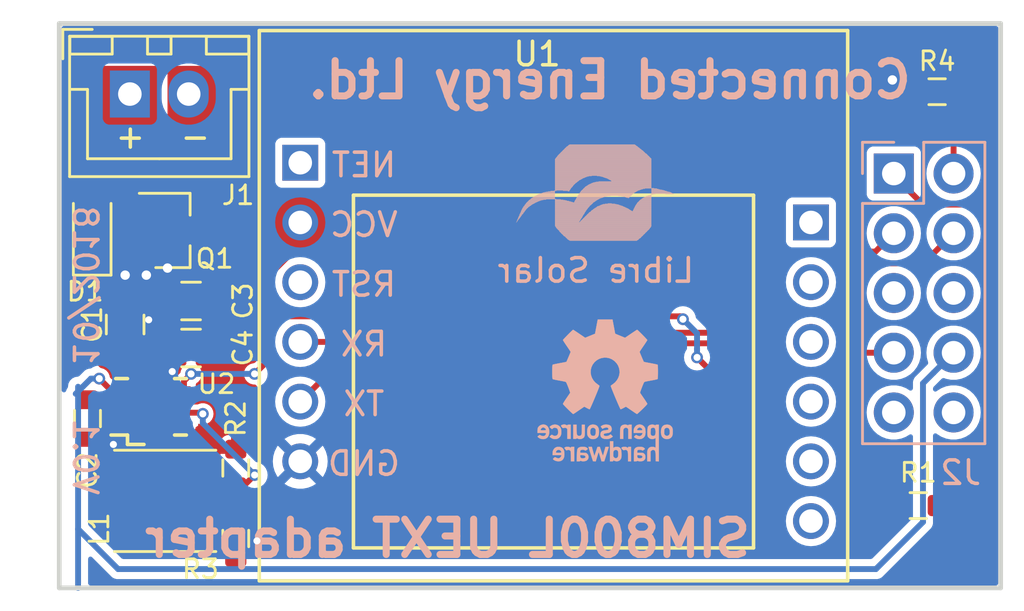
<source format=kicad_pcb>
(kicad_pcb (version 20221018) (generator pcbnew)
  (layers (0 "F.Cu" signal) (31 "B.Cu" signal) (34 "B.Paste" user) (35 "F.Paste" user) (36 "B.SilkS" user "B.Silkscreen") (37 "F.SilkS" user "F.Silkscreen") (38 "B.Mask" user) (39 "F.Mask" user) (44 "Edge.Cuts" user))
  (net 0 "")
  (net 1 "GND")
  (net 2 "Net-(U1-Pad7)")
  (net 3 "Net-(U1-Pad11)")
  (net 4 "Net-(U1-Pad12)")
  (net 5 "+3V3")
  (net 6 "Net-(J2-Pad5)")
  (net 7 "Net-(J2-Pad6)")
  (net 8 "Net-(U1-Pad1)")
  (net 9 "VCC")
  (net 10 "Net-(U1-Pad3)")
  (net 11 "/UEXT_TX")
  (net 12 "/UEXT_RX")
  (net 13 "Net-(U1-Pad8)")
  (net 14 "Net-(U1-Pad9)")
  (net 15 "Net-(U1-Pad10)")
  (net 16 "Net-(J2-Pad9)")
  (net 17 "Net-(J2-Pad10)")
  (net 18 "Net-(C2-Pad1)")
  (net 19 "/EN")
  (net 20 "/PG")
  (net 21 "Net-(R2-Pad2)")
  (net 22 "Net-(L1-Pad1)")
  (net 23 "VBAT")
  (net 24 "Net-(J2-Pad2)")
  (net 25 "Net-(J1-Pad2)")
  (net 26 "Net-(D1-Pad2)")
  (footprint "LibreSolar:C_0805_2012" (layer "F.Cu") (at 148.8 101.8 90)
    (fp_text reference "C1" (at 0 -1.4 90) (layer "F.SilkS") (effects (font (size 0.8 0.8) (thickness 0.12))))
    (fp_text value "10uF")
    (pad "1" smd roundrect (at -1 0 90) (size 1.1 1.4) (layers "F.Cu" "F.Paste" "F.Mask") (roundrect_rratio 0.2) (net 23 "VBAT"))
    (pad "2" smd roundrect (at 1 0 90) (size 1.1 1.4) (layers "F.Cu" "F.Paste" "F.Mask") (roundrect_rratio 0.2) (net 1 "GND"))
  )
  (footprint "LibreSolar:C_0603_1608" (layer "F.Cu") (at 147.2 105.8 -90)
    (fp_text reference "C2" (at 2.2 0 90) (layer "F.SilkS") (effects (font (size 0.8 0.8) (thickness 0.12))))
    (fp_text value "2.2n")
    (pad "1" smd roundrect (at -0.8 0 270) (size 0.8 0.9) (layers "F.Cu" "F.Paste" "F.Mask") (roundrect_rratio 0.2) (net 18 "Net-(C2-Pad1)"))
    (pad "2" smd roundrect (at 0.8 0 270) (size 0.8 0.9) (layers "F.Cu" "F.Paste" "F.Mask") (roundrect_rratio 0.2) (net 1 "GND"))
  )
  (footprint "LibreSolar:SOT-23" (layer "F.Cu") (at 150.8 97.8)
    (fp_text reference "Q1" (at 1.8 1.2) (layer "F.SilkS") (effects (font (size 0.8 0.8) (thickness 0.12))))
    (fp_text value "DMN3023L-7")
    (pad "1" smd roundrect (at -1.05 -0.95) (size 1 0.9) (layers "F.Cu" "F.Paste" "F.Mask") (roundrect_rratio 0.2) (net 26 "Net-(D1-Pad2)"))
    (pad "2" smd roundrect (at -1.05 0.95) (size 1 0.9) (layers "F.Cu" "F.Paste" "F.Mask") (roundrect_rratio 0.2) (net 1 "GND"))
    (pad "3" smd roundrect (at 1.05 0) (size 1 0.9) (layers "F.Cu" "F.Paste" "F.Mask") (roundrect_rratio 0.2) (net 25 "Net-(J1-Pad2)"))
  )
  (footprint "Diode_SMD:D_TUMD2" (layer "F.Cu") (at 147.4 97.9 90)
    (fp_text reference "D1" (at -2.5 -0.3 180) (layer "F.SilkS") (effects (font (size 0.8 0.8) (thickness 0.12))))
    (fp_text value "RSX051VAM30TR")
    (pad "1" smd rect (at -0.65 0 270) (size 2 1.1) (layers "F.Cu" "F.Paste" "F.Mask") (net 23 "VBAT"))
    (pad "2" smd rect (at 1.25 0 270) (size 0.8 1.1) (layers "F.Cu" "F.Paste" "F.Mask") (net 26 "Net-(D1-Pad2)"))
  )
  (footprint "LibreSolar:R_0603_1608" (layer "F.Cu") (at 182.5 109.5)
    (fp_text reference "R1" (at 0 -1.4) (layer "F.SilkS") (effects (font (size 0.8 0.8) (thickness 0.12))))
    (fp_text value "100k")
    (pad "1" smd roundrect locked (at -0.8 0) (size 0.8 0.9) (layers "F.Cu" "F.Paste" "F.Mask") (roundrect_rratio 0.2) (net 20 "/PG"))
    (pad "2" smd roundrect locked (at 0.8 0) (size 0.8 0.9) (layers "F.Cu" "F.Paste" "F.Mask") (roundrect_rratio 0.2) (net 5 "+3V3"))
  )
  (footprint "LibreSolar:R_0603_1608" (layer "F.Cu") (at 153.5 107.9 -90)
    (fp_text reference "R2" (at -2.1 0 270) (layer "F.SilkS") (effects (font (size 0.8 0.8) (thickness 0.12))))
    (fp_text value "499k")
    (pad "1" smd roundrect (at -0.8 0 270) (size 0.8 0.9) (layers "F.Cu" "F.Paste" "F.Mask") (roundrect_rratio 0.2) (net 9 "VCC") (thermal_bridge_width 0.4) (thermal_gap 0.2))
    (pad "2" smd roundrect (at 0.8 0 270) (size 0.8 0.9) (layers "F.Cu" "F.Paste" "F.Mask") (roundrect_rratio 0.2) (net 21 "Net-(R2-Pad2)"))
  )
  (footprint "LibreSolar:R_0603_1608" (layer "F.Cu") (at 153.5 110.9 -90)
    (fp_text reference "R3" (at 1.3 1.5) (layer "F.SilkS") (effects (font (size 0.8 0.8) (thickness 0.12))))
    (fp_text value "100k")
    (pad "1" smd roundrect (at -0.8 0 270) (size 0.8 0.9) (layers "F.Cu" "F.Paste" "F.Mask") (roundrect_rratio 0.2) (net 21 "Net-(R2-Pad2)"))
    (pad "2" smd roundrect (at 0.8 0 270) (size 0.8 0.9) (layers "F.Cu" "F.Paste" "F.Mask") (roundrect_rratio 0.2) (net 1 "GND"))
  )
  (footprint "LibreSolar:VQFN_RGX0011A" (layer "F.Cu") (at 149.9 105.3 90)
    (fp_text reference "U2" (at 0.5 1.9 180) (layer "F.SilkS") (effects (font (size 0.8 0.8) (thickness 0.12)) (justify left bottom)))
    (fp_text value "TPS62147")
    (pad "1" smd roundrect (at 0 -0.5 180) (size 0.35 2.5) (layers "F.Cu" "F.Mask") (roundrect_rratio 0.2) (net 23 "VBAT"))
    (pad "2" smd roundrect (at 0 0 180) (size 0.35 2.5) (layers "F.Cu" "F.Mask") (roundrect_rratio 0.2) (net 22 "Net-(L1-Pad1)"))
    (pad "3" smd roundrect (at 0 0.5 180) (size 0.35 2.5) (layers "F.Cu" "F.Mask") (roundrect_rratio 0.2) (net 1 "GND"))
    (pad "4" smd roundrect (at -0.75 1.4 270) (size 0.25 0.6) (layers "F.Cu" "F.Paste" "F.Mask") (roundrect_rratio 0.2) (net 1 "GND"))
    (pad "5" smd roundrect (at -0.250003 1.4 270) (size 0.25 0.6) (layers "F.Cu" "F.Paste" "F.Mask") (roundrect_rratio 0.2) (net 21 "Net-(R2-Pad2)"))
    (pad "6" smd roundrect (at 0.25 1.4 270) (size 0.25 0.6) (layers "F.Cu" "F.Paste" "F.Mask") (roundrect_rratio 0.2) (net 9 "VCC"))
    (pad "7" smd roundrect (at 0.75 1.4 270) (size 0.25 0.6) (layers "F.Cu" "F.Paste" "F.Mask") (roundrect_rratio 0.2) (net 20 "/PG"))
    (pad "8" smd roundrect (at 0.75 -1.4 270) (size 0.25 0.6) (layers "F.Cu" "F.Paste" "F.Mask") (roundrect_rratio 0.2) (net 19 "/EN"))
    (pad "9" smd roundrect (at 0.25 -1.4 270) (size 0.25 0.6) (layers "F.Cu" "F.Paste" "F.Mask") (roundrect_rratio 0.2) (net 18 "Net-(C2-Pad1)"))
    (pad "10" smd roundrect (at -0.25 -1.4 270) (size 0.25 0.6) (layers "F.Cu" "F.Paste" "F.Mask") (roundrect_rratio 0.2) (net 1 "GND"))
    (pad "11" smd roundrect (at -0.75 -1.4 270) (size 0.25 0.6) (layers "F.Cu" "F.Paste" "F.Mask") (roundrect_rratio 0.2) (net 1 "GND"))
  )
  (footprint "LibreSolar:C_0805_2012" (layer "F.Cu") (at 151.6 100.8 180)
    (fp_text reference "C3" (at -2.2 0 270) (layer "F.SilkS") (effects (font (size 0.8 0.8) (thickness 0.12))))
    (fp_text value "22uF")
    (pad "1" smd roundrect (at -1 0 180) (size 1.1 1.4) (layers "F.Cu" "F.Paste" "F.Mask") (roundrect_rratio 0.2) (net 9 "VCC"))
    (pad "2" smd roundrect (at 1 0 180) (size 1.1 1.4) (layers "F.Cu" "F.Paste" "F.Mask") (roundrect_rratio 0.2) (net 1 "GND"))
  )
  (footprint "Inductor_SMD:L_Coilcraft_XxL4020" (layer "F.Cu") (at 150.5 109.3)
    (fp_text reference "L1" (at -2.8 1.2 90) (layer "F.SilkS") (effects (font (size 0.8 0.8) (thickness 0.12))))
    (fp_text value "2.2uH")
    (pad "1" smd rect (at -1.185 0) (size 0.98 3.4) (layers "F.Cu" "F.Paste" "F.Mask") (net 22 "Net-(L1-Pad1)"))
    (pad "2" smd rect (at 1.185 0) (size 0.98 3.4) (layers "F.Cu" "F.Paste" "F.Mask") (net 9 "VCC"))
  )
  (footprint "LibreSolar:C_0805_2012" (layer "F.Cu") (at 151.6 102.8 180)
    (fp_text reference "C4" (at -2.2 0 270) (layer "F.SilkS") (effects (font (size 0.8 0.8) (thickness 0.12))))
    (fp_text value "22uF")
    (pad "1" smd roundrect (at -1 0 180) (size 1.1 1.4) (layers "F.Cu" "F.Paste" "F.Mask") (roundrect_rratio 0.2) (net 9 "VCC"))
    (pad "2" smd roundrect (at 1 0 180) (size 1.1 1.4) (layers "F.Cu" "F.Paste" "F.Mask") (roundrect_rratio 0.2) (net 1 "GND"))
  )
  (footprint "Connector_JST:JST_XH_B02B-XH-A_1x02_P2.50mm_Vertical" (layer "F.Cu") (at 149 92)
    (fp_text reference "J1" (at 4.6 4.3) (layer "F.SilkS") (effects (font (size 0.8 0.8) (thickness 0.12))))
    (fp_text value "Conn_01x02_Male")
    (pad "1" thru_hole rect (at 0 0) (size 1.7 2) (drill 1) (layers "*.Cu" "*.Mask") (net 26 "Net-(D1-Pad2)"))
    (pad "2" thru_hole oval (at 2.5 0) (size 1.7 2) (drill 1) (layers "*.Cu" "*.Mask") (net 25 "Net-(J1-Pad2)"))
  )
  (footprint "LibreSolar:Fiducial_0.7mm" (layer "F.Cu") (at 177.4 91.5)
    (fp_text reference "REF**" hide)
    (fp_text value "Fiducial_0.7mm")
    (pad "~" smd circle locked (at 0 0) (size 0.7 0.7) (layers "F.Cu" "F.Mask") (clearance 0.7))
  )
  (footprint "LibreSolar:Fiducial_0.7mm" (layer "F.Cu") (at 156.8 110.4)
    (fp_text reference "REF**" hide)
    (fp_text value "Fiducial_0.7mm")
    (pad "~" smd circle locked (at 0 0) (size 0.7 0.7) (layers "F.Cu" "F.Mask") (clearance 0.7))
  )
  (footprint "LibreSolar:R_0603_1608" (layer "F.Cu") (at 183.3 91.9 180)
    (fp_text reference "R4" (at 0 1.3 180) (layer "F.SilkS") (effects (font (size 0.8 0.8) (thickness 0.12))))
    (fp_text value "0R")
    (pad "1" smd roundrect (at -0.8 0 180) (size 0.8 0.9) (layers "F.Cu" "F.Paste" "F.Mask") (roundrect_rratio 0.2) (net 24 "Net-(J2-Pad2)"))
    (pad "2" smd roundrect (at 0.8 0 180) (size 0.8 0.9) (layers "F.Cu" "F.Paste" "F.Mask") (roundrect_rratio 0.2) (net 1 "GND"))
  )
  (footprint "LibreSolar:Sim800L" (layer "F.Cu") (at 154.5 89.3)
    (fp_text reference "U1" (at 11.8 1) (layer "F.SilkS"))
    (fp_text value "SIM800L")
    (fp_text user "NET" (at 4.445 5.715 180) (layer "B.SilkS") (effects (justify mirror)))
    (fp_text user "RX" (at 4.445 13.335) (layer "B.SilkS") (effects (justify mirror)))
    (fp_text user "GND" (at 4.445 18.415) (layer "B.SilkS") (effects (justify mirror)))
    (fp_text user "TX" (at 4.445 15.875) (layer "B.SilkS") (effects (justify mirror)))
    (fp_text user "VCC" (at 4.445 8.255) (layer "B.SilkS") (effects (justify mirror)))
    (fp_text user "RST" (at 4.445 10.795) (layer "B.SilkS") (effects (justify mirror)))
    (pad "1" thru_hole rect (at 1.74 5.62) (size 1.524 1.524) (drill 1) (layers "*.Cu" "*.Mask") (net 8 "Net-(U1-Pad1)"))
    (pad "2" thru_hole circle (at 1.74 8.16) (size 1.524 1.524) (drill 1) (layers "*.Cu" "*.Mask") (net 9 "VCC"))
    (pad "3" thru_hole circle (at 1.74 10.7) (size 1.524 1.524) (drill 1) (layers "*.Cu" "*.Mask") (net 10 "Net-(U1-Pad3)"))
    (pad "4" thru_hole circle (at 1.74 13.24) (size 1.524 1.524) (drill 1) (layers "*.Cu" "*.Mask") (net 11 "/UEXT_TX"))
    (pad "5" thru_hole circle (at 1.74 15.78) (size 1.524 1.524) (drill 1) (layers "*.Cu" "*.Mask") (net 12 "/UEXT_RX"))
    (pad "6" thru_hole circle (at 1.74 18.32) (size 1.524 1.524) (drill 1) (layers "*.Cu" "*.Mask") (net 1 "GND"))
    (pad "7" thru_hole rect (at 23.44 8.16) (size 1.524 1.524) (drill 1) (layers "*.Cu" "*.Mask") (net 2 "Net-(U1-Pad7)"))
    (pad "8" thru_hole circle (at 23.44 10.7) (size 1.524 1.524) (drill 1) (layers "*.Cu" "*.Mask") (net 13 "Net-(U1-Pad8)"))
    (pad "9" thru_hole circle (at 23.44 13.24) (size 1.524 1.524) (drill 1) (layers "*.Cu" "*.Mask") (net 14 "Net-(U1-Pad9)"))
    (pad "10" thru_hole circle (at 23.44 15.78) (size 1.524 1.524) (drill 1) (layers "*.Cu" "*.Mask") (net 15 "Net-(U1-Pad10)"))
    (pad "11" thru_hole circle (at 23.44 18.32) (size 1.524 1.524) (drill 1) (layers "*.Cu" "*.Mask") (net 3 "Net-(U1-Pad11)"))
    (pad "12" thru_hole circle (at 23.44 20.86) (size 1.524 1.524) (drill 1) (layers "*.Cu" "*.Mask") (net 4 "Net-(U1-Pad12)"))
  )
  (footprint "Connector_PinSocket_2.54mm:PinSocket_2x05_P2.54mm_Vertical" (layer "B.Cu") (at 181.46 95.38 180)
    (fp_text reference "J2" (at -2.84 -12.72 180) (layer "B.SilkS") (effects (justify mirror)))
    (fp_text value "UEXT")
    (pad "1" thru_hole rect (at 0 0 180) (size 1.7 1.7) (drill 1) (layers "*.Cu" "*.Mask") (net 5 "+3V3"))
    (pad "2" thru_hole oval (at -2.54 0 180) (size 1.7 1.7) (drill 1) (layers "*.Cu" "*.Mask") (net 24 "Net-(J2-Pad2)"))
    (pad "3" thru_hole oval (at 0 -2.54 180) (size 1.7 1.7) (drill 1) (layers "*.Cu" "*.Mask") (net 11 "/UEXT_TX"))
    (pad "4" thru_hole oval (at -2.54 -2.54 180) (size 1.7 1.7) (drill 1) (layers "*.Cu" "*.Mask") (net 12 "/UEXT_RX"))
    (pad "5" thru_hole oval (at 0 -5.08 180) (size 1.7 1.7) (drill 1) (layers "*.Cu" "*.Mask") (net 6 "Net-(J2-Pad5)"))
    (pad "6" thru_hole oval (at -2.54 -5.08 180) (size 1.7 1.7) (drill 1) (layers "*.Cu" "*.Mask") (net 7 "Net-(J2-Pad6)"))
    (pad "7" thru_hole oval (at 0 -7.62 180) (size 1.7 1.7) (drill 1) (layers "*.Cu" "*.Mask") (net 20 "/PG"))
    (pad "8" thru_hole oval (at -2.54 -7.62 180) (size 1.7 1.7) (drill 1) (layers "*.Cu" "*.Mask") (net 19 "/EN"))
    (pad "9" thru_hole oval (at 0 -10.16 180) (size 1.7 1.7) (drill 1) (layers "*.Cu" "*.Mask") (net 16 "Net-(J2-Pad9)"))
    (pad "10" thru_hole oval (at -2.54 -10.16 180) (size 1.7 1.7) (drill 1) (layers "*.Cu" "*.Mask") (net 17 "Net-(J2-Pad10)"))
  )
  (footprint "LibreSolar:LIBRESOLAR_LOGO" (layer "B.Cu") (at 171.1 98.2 180)
    (fp_text reference "LOGO1" hide)
    (fp_text value "LibreSolar_Logo" hide)
    (fp_text user "Libre Solar" (at 2.3 -1.3 180) (layer "B.SilkS") (effects (justify mirror)))
  )
  (footprint "Symbol:OSHW-Logo_5.7x6mm_SilkScreen" (layer "B.Cu") (at 169.2 104.6 180)
    (fp_text reference "REF**" hide)
    (fp_text value "OSHW-Logo_5.7x6mm_SilkScreen" hide)
  )
  (gr_line (start 186 89) (end 186 113) (stroke (width 0.2)) (layer "Edge.Cuts"))
  (gr_line (start 146 89) (end 186 89) (stroke (width 0.2)) (layer "Edge.Cuts"))
  (gr_line (start 146 113) (end 146 89) (stroke (width 0.2)) (layer "Edge.Cuts"))
  (gr_line (start 186 113) (end 146 113) (stroke (width 0.2)) (layer "Edge.Cuts"))
  (gr_text "V0.1   10/2018" (at 147.1 102.9 270) (layer "B.SilkS") (effects (font (size 1 1)) (justify mirror)))
  (gr_text "SIM800L UEXT adapter" (at 162.5 110.9) (layer "B.SilkS") (effects (font (size 1.5 1.5) (thickness 0.3)) (justify mirror)))
  (gr_text "Connected Energy Ltd." (at 169.4 91.4) (layer "B.SilkS") (effects (font (size 1.5 1.5) (thickness 0.3)) (justify mirror)))
  (gr_text "+  -" (at 150.4 93.8) (layer "F.SilkS") (effects (font (size 1 1))))
  (segment (start 148.5 105.55) (end 148.5 106.05) (width 0.25) (layer "F.Cu") (net 1))
  (segment (start 148.5 106.05) (end 147.75 106.05) (width 0.25) (layer "F.Cu") (net 1))
  (segment (start 148 106.6) (end 148.3 106.9) (width 0.25) (layer "F.Cu") (net 1))
  (segment (start 182.5 91.9) (end 181.9 91.9) (width 0.25) (layer "F.Cu") (net 1))
  (segment (start 150.5 106) (end 150.5 105.4) (width 0.25) (layer "F.Cu") (net 1))
  (segment (start 147.2 106.6) (end 148 106.6) (width 0.25) (layer "F.Cu") (net 1))
  (segment (start 150.4 105.3) (end 150.4 104.2) (width 0.25) (layer "F.Cu") (net 1))
  (segment (start 153.5 111.7) (end 153.7 111.7) (width 0.25) (layer "F.Cu") (net 1))
  (segment (start 181.9 91.9) (end 181.4 91.4) (width 0.25) (layer "F.Cu") (net 1))
  (segment (start 147.75 106.05) (end 147.2 106.6) (width 0.25) (layer "F.Cu") (net 1))
  (segment (start 150.55 106.05) (end 150.5 106) (width 0.25) (layer "F.Cu") (net 1))
  (segment (start 151.3 106.05) (end 150.55 106.05) (width 0.25) (layer "F.Cu") (net 1))
  (segment (start 150.5 105.4) (end 150.4 105.3) (width 0.25) (layer "F.Cu") (net 1))
  (segment (start 153.7 111.7) (end 154.4 111) (width 0.25) (layer "F.Cu") (net 1))
  (segment (start 150.4 104.2) (end 150.8 103.8) (width 0.25) (layer "F.Cu") (net 1))
  (via (at 148.3 106.9) (size 0.5) (drill 0.3) (layers "F.Cu" "B.Cu") (net 1))
  (via (at 154.4 111) (size 0.5) (drill 0.3) (layers "F.Cu" "B.Cu") (net 1))
  (via (at 149.8 101.6) (size 0.5) (drill 0.3) (layers "F.Cu" "B.Cu") (net 1))
  (via (at 150.8 103.8) (size 0.5) (drill 0.3) (layers "F.Cu" "B.Cu") (net 1))
  (via (at 148.8 99.7) (size 0.8) (drill 0.4) (layers "F.Cu" "B.Cu") (net 1))
  (via (at 149.7 99.7) (size 0.8) (drill 0.4) (layers "F.Cu" "B.Cu") (net 1))
  (via (at 150.6 99.4) (size 0.8) (drill 0.4) (layers "F.Cu" "B.Cu") (net 1))
  (via (at 181.4 91.4) (size 0.8) (drill 0.4) (layers "F.Cu" "B.Cu") (net 1))
  (segment (start 183.3 109.5) (end 185.3 107.5) (width 0.25) (layer "F.Cu") (net 5))
  (segment (start 185.3 107.5) (end 185.3 97.3) (width 0.25) (layer "F.Cu") (net 5))
  (segment (start 184.7 96.7) (end 182.7 96.7) (width 0.25) (layer "F.Cu") (net 5))
  (segment (start 182.7 96.7) (end 181.46 95.46) (width 0.25) (layer "F.Cu") (net 5))
  (segment (start 181.46 95.46) (end 181.46 95.38) (width 0.25) (layer "F.Cu") (net 5))
  (segment (start 185.3 97.3) (end 184.7 96.7) (width 0.25) (layer "F.Cu") (net 5))
  (segment (start 181.46 97.92) (end 180.68 98.7) (width 0.25) (layer "F.Cu") (net 11))
  (segment (start 173.750011 102.149989) (end 157.907641 102.149989) (width 0.25) (layer "F.Cu") (net 11))
  (segment (start 157.907641 102.149989) (end 157.51763 102.54) (width 0.25) (layer "F.Cu") (net 11))
  (segment (start 177.2 98.7) (end 173.750011 102.149989) (width 0.25) (layer "F.Cu") (net 11))
  (segment (start 157.51763 102.54) (end 156.24 102.54) (width 0.25) (layer "F.Cu") (net 11))
  (segment (start 180.68 98.7) (end 177.2 98.7) (width 0.25) (layer "F.Cu") (net 11))
  (segment (start 182.72 99.2) (end 180.8 99.2) (width 0.25) (layer "F.Cu") (net 12))
  (segment (start 180.8 99.2) (end 178.7 101.3) (width 0.25) (layer "F.Cu") (net 12))
  (segment (start 175.8 101.3) (end 174.5 102.6) (width 0.25) (layer "F.Cu") (net 12))
  (segment (start 174.5 102.6) (end 158.72 102.6) (width 0.25) (layer "F.Cu") (net 12))
  (segment (start 184 97.92) (end 182.72 99.2) (width 0.25) (layer "F.Cu") (net 12))
  (segment (start 178.7 101.3) (end 175.8 101.3) (width 0.25) (layer "F.Cu") (net 12))
  (segment (start 158.72 102.6) (end 156.24 105.08) (width 0.25) (layer "F.Cu") (net 12))
  (segment (start 148.5 105.05) (end 147.25 105.05) (width 0.25) (layer "F.Cu") (net 18))
  (segment (start 147.25 105.05) (end 147.2 105) (width 0.25) (layer "F.Cu") (net 18))
  (segment (start 148.5 104.55) (end 148.15 104.55) (width 0.25) (layer "F.Cu") (net 19))
  (segment (start 148.15 104.55) (end 147.7 104.1) (width 0.25) (layer "F.Cu") (net 19))
  (via (at 147.7 104.1) (size 0.5) (drill 0.3) (layers "F.Cu" "B.Cu") (net 19))
  (segment (start 147.346447 104.1) (end 146.7 104.746447) (width 0.25) (layer "B.Cu") (net 19))
  (segment (start 146.8 110.5) (end 148.5 112.2) (width 0.25) (layer "B.Cu") (net 19))
  (segment (start 180.7 112.2) (end 182.7 110.2) (width 0.25) (layer "B.Cu") (net 19))
  (segment (start 147.7 104.1) (end 147.346447 104.1) (width 0.25) (layer "B.Cu") (net 19))
  (segment (start 183.150001 103.849999) (end 184 103) (width 0.25) (layer "B.Cu") (net 19))
  (segment (start 182.7 110.2) (end 182.7 104.3) (width 0.25) (layer "B.Cu") (net 19))
  (segment (start 146.8 104.446447) (end 146.8 113) (width 0.25) (layer "B.Cu") (net 19))
  (segment (start 148.5 112.2) (end 180.7 112.2) (width 0.25) (layer "B.Cu") (net 19))
  (segment (start 182.7 104.3) (end 183.150001 103.849999) (width 0.25) (layer "B.Cu") (net 19))
  (segment (start 179.430918 103.827001) (end 180.257919 103) (width 0.25) (layer "F.Cu") (net 20))
  (segment (start 173.349999 103.449999) (end 173.1 103.2) (width 0.25) (layer "F.Cu") (net 20))
  (segment (start 151.3 104.2) (end 151.6 103.9) (width 0.25) (layer "F.Cu") (net 20))
  (segment (start 172.5 101.574979) (end 172.37802 101.452999) (width 0.25) (layer "F.Cu") (net 20))
  (segment (start 173.727003 103.827001) (end 173.349999 103.449999) (width 0.25) (layer "F.Cu") (net 20))
  (segment (start 179.430918 103.827001) (end 179.430918 107.230918) (width 0.25) (layer "F.Cu") (net 20))
  (segment (start 179.430918 107.230918) (end 181.7 109.5) (width 0.25) (layer "F.Cu") (net 20))
  (segment (start 172.37802 101.452999) (end 155.547001 101.452999) (width 0.25) (layer "F.Cu") (net 20))
  (segment (start 180.257919 103) (end 181.46 103) (width 0.25) (layer "F.Cu") (net 20))
  (segment (start 154.8 103.400004) (end 154.3 103.900004) (width 0.25) (layer "F.Cu") (net 20))
  (segment (start 154.8 102.2) (end 154.8 103.400004) (width 0.25) (layer "F.Cu") (net 20))
  (segment (start 151.3 104.55) (end 151.3 104.2) (width 0.25) (layer "F.Cu") (net 20))
  (segment (start 155.547001 101.452999) (end 154.8 102.2) (width 0.25) (layer "F.Cu") (net 20))
  (segment (start 179.430918 103.827001) (end 173.727003 103.827001) (width 0.25) (layer "F.Cu") (net 20))
  (via (at 172.5 101.574979) (size 0.5) (drill 0.3) (layers "F.Cu" "B.Cu") (net 20))
  (via (at 173.1 103.2) (size 0.5) (drill 0.3) (layers "F.Cu" "B.Cu") (net 20))
  (via (at 151.6 103.9) (size 0.5) (drill 0.3) (layers "F.Cu" "B.Cu") (net 20))
  (via (at 154.3 103.900004) (size 0.5) (drill 0.3) (layers "F.Cu" "B.Cu") (net 20))
  (segment (start 154.299996 103.9) (end 154.3 103.900004) (width 0.25) (layer "B.Cu") (net 20))
  (segment (start 173.1 102.846447) (end 173.1 103.2) (width 0.25) (layer "B.Cu") (net 20))
  (segment (start 151.6 103.9) (end 154.299996 103.9) (width 0.25) (layer "B.Cu") (net 20))
  (segment (start 172.5 101.574979) (end 173.1 102.174979) (width 0.25) (layer "B.Cu") (net 20))
  (segment (start 173.1 102.174979) (end 173.1 102.846447) (width 0.25) (layer "B.Cu") (net 20))
  (segment (start 153.8 108.7) (end 154.3 108.2) (width 0.25) (layer "F.Cu") (net 21))
  (segment (start 151.3 105.550003) (end 152.050003 105.550003) (width 0.25) (layer "F.Cu") (net 21))
  (segment (start 153.5 110.1) (end 153.5 108.7) (width 0.25) (layer "F.Cu") (net 21))
  (segment (start 153.5 108.7) (end 153.8 108.7) (width 0.25) (layer "F.Cu") (net 21))
  (segment (start 152.050003 105.550003) (end 152.1 105.6) (width 0.25) (layer "F.Cu") (net 21))
  (via (at 152.1 105.6) (size 0.5) (drill 0.3) (layers "F.Cu" "B.Cu") (net 21))
  (via (at 154.3 108.2) (size 0.5) (drill 0.3) (layers "F.Cu" "B.Cu") (net 21))
  (segment (start 152.1 106) (end 152.1 105.6) (width 0.25) (layer "B.Cu") (net 21))
  (segment (start 154.3 108.2) (end 152.1 106) (width 0.25) (layer "B.Cu") (net 21))
  (segment (start 149.9 109.385) (end 149.915 109.4) (width 0.25) (layer "F.Cu") (net 22))
  (segment (start 149.9 105.3) (end 149.9 109.385) (width 0.25) (layer "F.Cu") (net 22))
  (segment (start 149.4 105.3) (end 149.4 103.4) (width 0.25) (layer "F.Cu") (net 23))
  (segment (start 149.4 103.4) (end 148.8 102.8) (width 0.25) (layer "F.Cu") (net 23))
  (segment (start 184 92) (end 184.1 91.9) (width 0.25) (layer "F.Cu") (net 24))
  (segment (start 184 95.38) (end 184 92) (width 0.25) (layer "F.Cu") (net 24))
  (zone (net 1) (net_name "GND") (layer "F.Cu") (connect_pads yes (clearance 0.1)) (min_thickness 0.1) (fill yes (thermal_gap 0.508) (thermal_bridge_width 0.508) (smoothing fillet) (radius 0.3))
    (polygon (pts (xy 149.5 101.6) (xy 148.1 101.6) (xy 148.1 99.7) (xy 148.8 98.9) (xy 148.8 98.2) (xy 150.6 98.2) (xy 151.4 99) (xy 151.4 103.6) (xy 150.9 104.1) (xy 150.2 104.1) (xy 149.8 103.7) (xy 149.8 101.9)))
  )
  (zone (net 25) (net_name "Net-(J1-Pad2)") (layer "F.Cu") (connect_pads yes (clearance 0.1)) (min_thickness 0.254) (fill yes (thermal_gap 0.508) (thermal_bridge_width 0.508))
    (polygon (pts (xy 150.6 90.8) (xy 153.4 90.8) (xy 153.4 97.4) (xy 152.4 98.4) (xy 151.4 98.4) (xy 150.6 97.6)))
  )
  (zone (net 22) (net_name "Net-(L1-Pad1)") (layer "F.Cu") (connect_pads yes (clearance 0.1)) (min_thickness 0.1) (fill yes (thermal_gap 0.1) (thermal_bridge_width 0.1) (smoothing fillet) (radius 0.2))
    (polygon (pts (xy 148.6 107.2) (xy 148.6 111.3) (xy 150.1 111.3) (xy 150.1 106.4) (xy 149.7 106.4)))
  )
  (zone (net 23) (net_name "VBAT") (layer "F.Cu") (connect_pads yes (clearance 0.15)) (min_thickness 0.15) (fill yes (thermal_gap 0.508) (thermal_bridge_width 0.508) (smoothing fillet) (radius 0.3))
    (polygon (pts (xy 148.5 97.5) (xy 148.5 98.8) (xy 147.8 99.6) (xy 147.8 101.8) (xy 149.6 101.8) (xy 149.6 104.3) (xy 149.1 104.3) (xy 149 104.2) (xy 148.3 104.2) (xy 146.5 102.4) (xy 146.5 97.5)))
  )
  (zone (net 9) (net_name "VCC") (layer "F.Cu") (connect_pads yes (clearance 0.2)) (min_thickness 0.2) (fill yes (thermal_gap 0.508) (thermal_bridge_width 0.508) (smoothing fillet) (radius 0.5))
    (polygon (pts (xy 154.2 96) (xy 154.2 97.2) (xy 151.8 99.6) (xy 151.8 104.8) (xy 150.9 104.8) (xy 150.9 105.2) (xy 151.9 105.2) (xy 151.9 106.1) (xy 150.7 106.9) (xy 150.7 111.3) (xy 152.6 111.3) (xy 152.6 107.7) (xy 154.4 106.4) (xy 154.4 100.4) (xy 156 98.8) (xy 157.6 98.8) (xy 157.6 96)))
  )
  (zone (net 26) (net_name "Net-(D1-Pad2)") (layer "F.Cu") (connect_pads yes (clearance 0.1)) (min_thickness 0.254) (fill yes (thermal_gap 0.508) (thermal_bridge_width 0.508))
    (polygon (pts (xy 150.2 90.8) (xy 150.2 97.2) (xy 146.6 97.2) (xy 146.6 90.8)))
  )
  (zone (net 1) (net_name "GND") (layer "B.Cu") (connect_pads (clearance 0.3)) (min_thickness 0.2) (fill yes (thermal_gap 0.4) (thermal_bridge_width 0.4))
    (polygon (pts (xy 145 88) (xy 187 88) (xy 187 114) (xy 145 114)))
  )
)
</source>
